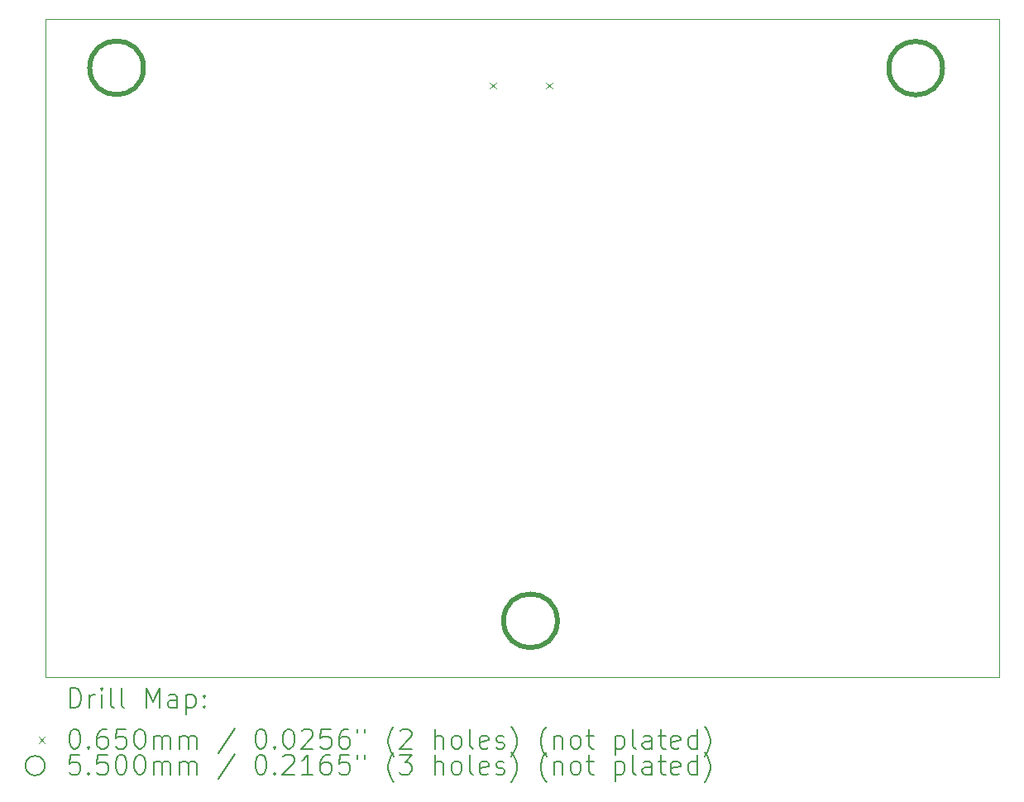
<source format=gbr>
%TF.GenerationSoftware,KiCad,Pcbnew,6.0.11+dfsg-1~bpo11+1*%
%TF.CreationDate,2023-10-22T15:16:14+02:00*%
%TF.ProjectId,Out_8x10,4f75745f-3878-4313-902e-6b696361645f,0.2.0*%
%TF.SameCoordinates,Original*%
%TF.FileFunction,Drillmap*%
%TF.FilePolarity,Positive*%
%FSLAX45Y45*%
G04 Gerber Fmt 4.5, Leading zero omitted, Abs format (unit mm)*
G04 Created by KiCad (PCBNEW 6.0.11+dfsg-1~bpo11+1) date 2023-10-22 15:16:14*
%MOMM*%
%LPD*%
G01*
G04 APERTURE LIST*
%ADD10C,0.100000*%
%ADD11C,0.200000*%
%ADD12C,0.065000*%
%ADD13C,0.550000*%
G04 APERTURE END LIST*
D10*
X10091400Y-4478000D02*
X19852640Y-4478000D01*
X19852640Y-4478000D02*
X19852640Y-11211560D01*
X19852640Y-11211560D02*
X10091400Y-11211560D01*
X10091400Y-11211560D02*
X10091400Y-4478000D01*
D11*
D12*
X14639700Y-5124000D02*
X14704700Y-5189000D01*
X14704700Y-5124000D02*
X14639700Y-5189000D01*
X15217700Y-5124000D02*
X15282700Y-5189000D01*
X15282700Y-5124000D02*
X15217700Y-5189000D01*
D13*
X11095000Y-4974400D02*
G75*
G03*
X11095000Y-4974400I-275000J0D01*
G01*
X15332120Y-10637520D02*
G75*
G03*
X15332120Y-10637520I-275000J0D01*
G01*
X19275000Y-4978000D02*
G75*
G03*
X19275000Y-4978000I-275000J0D01*
G01*
D11*
X10344019Y-11527036D02*
X10344019Y-11327036D01*
X10391638Y-11327036D01*
X10420210Y-11336560D01*
X10439257Y-11355608D01*
X10448781Y-11374655D01*
X10458305Y-11412750D01*
X10458305Y-11441322D01*
X10448781Y-11479417D01*
X10439257Y-11498465D01*
X10420210Y-11517512D01*
X10391638Y-11527036D01*
X10344019Y-11527036D01*
X10544019Y-11527036D02*
X10544019Y-11393703D01*
X10544019Y-11431798D02*
X10553543Y-11412750D01*
X10563067Y-11403227D01*
X10582114Y-11393703D01*
X10601162Y-11393703D01*
X10667829Y-11527036D02*
X10667829Y-11393703D01*
X10667829Y-11327036D02*
X10658305Y-11336560D01*
X10667829Y-11346084D01*
X10677352Y-11336560D01*
X10667829Y-11327036D01*
X10667829Y-11346084D01*
X10791638Y-11527036D02*
X10772590Y-11517512D01*
X10763067Y-11498465D01*
X10763067Y-11327036D01*
X10896400Y-11527036D02*
X10877352Y-11517512D01*
X10867829Y-11498465D01*
X10867829Y-11327036D01*
X11124971Y-11527036D02*
X11124971Y-11327036D01*
X11191638Y-11469893D01*
X11258305Y-11327036D01*
X11258305Y-11527036D01*
X11439257Y-11527036D02*
X11439257Y-11422274D01*
X11429733Y-11403227D01*
X11410686Y-11393703D01*
X11372590Y-11393703D01*
X11353543Y-11403227D01*
X11439257Y-11517512D02*
X11420209Y-11527036D01*
X11372590Y-11527036D01*
X11353543Y-11517512D01*
X11344019Y-11498465D01*
X11344019Y-11479417D01*
X11353543Y-11460369D01*
X11372590Y-11450846D01*
X11420209Y-11450846D01*
X11439257Y-11441322D01*
X11534495Y-11393703D02*
X11534495Y-11593703D01*
X11534495Y-11403227D02*
X11553543Y-11393703D01*
X11591638Y-11393703D01*
X11610686Y-11403227D01*
X11620209Y-11412750D01*
X11629733Y-11431798D01*
X11629733Y-11488941D01*
X11620209Y-11507988D01*
X11610686Y-11517512D01*
X11591638Y-11527036D01*
X11553543Y-11527036D01*
X11534495Y-11517512D01*
X11715448Y-11507988D02*
X11724971Y-11517512D01*
X11715448Y-11527036D01*
X11705924Y-11517512D01*
X11715448Y-11507988D01*
X11715448Y-11527036D01*
X11715448Y-11403227D02*
X11724971Y-11412750D01*
X11715448Y-11422274D01*
X11705924Y-11412750D01*
X11715448Y-11403227D01*
X11715448Y-11422274D01*
D12*
X10021400Y-11824060D02*
X10086400Y-11889060D01*
X10086400Y-11824060D02*
X10021400Y-11889060D01*
D11*
X10382114Y-11747036D02*
X10401162Y-11747036D01*
X10420210Y-11756560D01*
X10429733Y-11766084D01*
X10439257Y-11785131D01*
X10448781Y-11823227D01*
X10448781Y-11870846D01*
X10439257Y-11908941D01*
X10429733Y-11927988D01*
X10420210Y-11937512D01*
X10401162Y-11947036D01*
X10382114Y-11947036D01*
X10363067Y-11937512D01*
X10353543Y-11927988D01*
X10344019Y-11908941D01*
X10334495Y-11870846D01*
X10334495Y-11823227D01*
X10344019Y-11785131D01*
X10353543Y-11766084D01*
X10363067Y-11756560D01*
X10382114Y-11747036D01*
X10534495Y-11927988D02*
X10544019Y-11937512D01*
X10534495Y-11947036D01*
X10524971Y-11937512D01*
X10534495Y-11927988D01*
X10534495Y-11947036D01*
X10715448Y-11747036D02*
X10677352Y-11747036D01*
X10658305Y-11756560D01*
X10648781Y-11766084D01*
X10629733Y-11794655D01*
X10620210Y-11832750D01*
X10620210Y-11908941D01*
X10629733Y-11927988D01*
X10639257Y-11937512D01*
X10658305Y-11947036D01*
X10696400Y-11947036D01*
X10715448Y-11937512D01*
X10724971Y-11927988D01*
X10734495Y-11908941D01*
X10734495Y-11861322D01*
X10724971Y-11842274D01*
X10715448Y-11832750D01*
X10696400Y-11823227D01*
X10658305Y-11823227D01*
X10639257Y-11832750D01*
X10629733Y-11842274D01*
X10620210Y-11861322D01*
X10915448Y-11747036D02*
X10820210Y-11747036D01*
X10810686Y-11842274D01*
X10820210Y-11832750D01*
X10839257Y-11823227D01*
X10886876Y-11823227D01*
X10905924Y-11832750D01*
X10915448Y-11842274D01*
X10924971Y-11861322D01*
X10924971Y-11908941D01*
X10915448Y-11927988D01*
X10905924Y-11937512D01*
X10886876Y-11947036D01*
X10839257Y-11947036D01*
X10820210Y-11937512D01*
X10810686Y-11927988D01*
X11048781Y-11747036D02*
X11067829Y-11747036D01*
X11086876Y-11756560D01*
X11096400Y-11766084D01*
X11105924Y-11785131D01*
X11115448Y-11823227D01*
X11115448Y-11870846D01*
X11105924Y-11908941D01*
X11096400Y-11927988D01*
X11086876Y-11937512D01*
X11067829Y-11947036D01*
X11048781Y-11947036D01*
X11029733Y-11937512D01*
X11020210Y-11927988D01*
X11010686Y-11908941D01*
X11001162Y-11870846D01*
X11001162Y-11823227D01*
X11010686Y-11785131D01*
X11020210Y-11766084D01*
X11029733Y-11756560D01*
X11048781Y-11747036D01*
X11201162Y-11947036D02*
X11201162Y-11813703D01*
X11201162Y-11832750D02*
X11210686Y-11823227D01*
X11229733Y-11813703D01*
X11258305Y-11813703D01*
X11277352Y-11823227D01*
X11286876Y-11842274D01*
X11286876Y-11947036D01*
X11286876Y-11842274D02*
X11296400Y-11823227D01*
X11315448Y-11813703D01*
X11344019Y-11813703D01*
X11363067Y-11823227D01*
X11372590Y-11842274D01*
X11372590Y-11947036D01*
X11467828Y-11947036D02*
X11467828Y-11813703D01*
X11467828Y-11832750D02*
X11477352Y-11823227D01*
X11496400Y-11813703D01*
X11524971Y-11813703D01*
X11544019Y-11823227D01*
X11553543Y-11842274D01*
X11553543Y-11947036D01*
X11553543Y-11842274D02*
X11563067Y-11823227D01*
X11582114Y-11813703D01*
X11610686Y-11813703D01*
X11629733Y-11823227D01*
X11639257Y-11842274D01*
X11639257Y-11947036D01*
X12029733Y-11737512D02*
X11858305Y-11994655D01*
X12286876Y-11747036D02*
X12305924Y-11747036D01*
X12324971Y-11756560D01*
X12334495Y-11766084D01*
X12344019Y-11785131D01*
X12353543Y-11823227D01*
X12353543Y-11870846D01*
X12344019Y-11908941D01*
X12334495Y-11927988D01*
X12324971Y-11937512D01*
X12305924Y-11947036D01*
X12286876Y-11947036D01*
X12267828Y-11937512D01*
X12258305Y-11927988D01*
X12248781Y-11908941D01*
X12239257Y-11870846D01*
X12239257Y-11823227D01*
X12248781Y-11785131D01*
X12258305Y-11766084D01*
X12267828Y-11756560D01*
X12286876Y-11747036D01*
X12439257Y-11927988D02*
X12448781Y-11937512D01*
X12439257Y-11947036D01*
X12429733Y-11937512D01*
X12439257Y-11927988D01*
X12439257Y-11947036D01*
X12572590Y-11747036D02*
X12591638Y-11747036D01*
X12610686Y-11756560D01*
X12620209Y-11766084D01*
X12629733Y-11785131D01*
X12639257Y-11823227D01*
X12639257Y-11870846D01*
X12629733Y-11908941D01*
X12620209Y-11927988D01*
X12610686Y-11937512D01*
X12591638Y-11947036D01*
X12572590Y-11947036D01*
X12553543Y-11937512D01*
X12544019Y-11927988D01*
X12534495Y-11908941D01*
X12524971Y-11870846D01*
X12524971Y-11823227D01*
X12534495Y-11785131D01*
X12544019Y-11766084D01*
X12553543Y-11756560D01*
X12572590Y-11747036D01*
X12715448Y-11766084D02*
X12724971Y-11756560D01*
X12744019Y-11747036D01*
X12791638Y-11747036D01*
X12810686Y-11756560D01*
X12820209Y-11766084D01*
X12829733Y-11785131D01*
X12829733Y-11804179D01*
X12820209Y-11832750D01*
X12705924Y-11947036D01*
X12829733Y-11947036D01*
X13010686Y-11747036D02*
X12915448Y-11747036D01*
X12905924Y-11842274D01*
X12915448Y-11832750D01*
X12934495Y-11823227D01*
X12982114Y-11823227D01*
X13001162Y-11832750D01*
X13010686Y-11842274D01*
X13020209Y-11861322D01*
X13020209Y-11908941D01*
X13010686Y-11927988D01*
X13001162Y-11937512D01*
X12982114Y-11947036D01*
X12934495Y-11947036D01*
X12915448Y-11937512D01*
X12905924Y-11927988D01*
X13191638Y-11747036D02*
X13153543Y-11747036D01*
X13134495Y-11756560D01*
X13124971Y-11766084D01*
X13105924Y-11794655D01*
X13096400Y-11832750D01*
X13096400Y-11908941D01*
X13105924Y-11927988D01*
X13115448Y-11937512D01*
X13134495Y-11947036D01*
X13172590Y-11947036D01*
X13191638Y-11937512D01*
X13201162Y-11927988D01*
X13210686Y-11908941D01*
X13210686Y-11861322D01*
X13201162Y-11842274D01*
X13191638Y-11832750D01*
X13172590Y-11823227D01*
X13134495Y-11823227D01*
X13115448Y-11832750D01*
X13105924Y-11842274D01*
X13096400Y-11861322D01*
X13286876Y-11747036D02*
X13286876Y-11785131D01*
X13363067Y-11747036D02*
X13363067Y-11785131D01*
X13658305Y-12023227D02*
X13648781Y-12013703D01*
X13629733Y-11985131D01*
X13620209Y-11966084D01*
X13610686Y-11937512D01*
X13601162Y-11889893D01*
X13601162Y-11851798D01*
X13610686Y-11804179D01*
X13620209Y-11775608D01*
X13629733Y-11756560D01*
X13648781Y-11727988D01*
X13658305Y-11718465D01*
X13724971Y-11766084D02*
X13734495Y-11756560D01*
X13753543Y-11747036D01*
X13801162Y-11747036D01*
X13820209Y-11756560D01*
X13829733Y-11766084D01*
X13839257Y-11785131D01*
X13839257Y-11804179D01*
X13829733Y-11832750D01*
X13715448Y-11947036D01*
X13839257Y-11947036D01*
X14077352Y-11947036D02*
X14077352Y-11747036D01*
X14163067Y-11947036D02*
X14163067Y-11842274D01*
X14153543Y-11823227D01*
X14134495Y-11813703D01*
X14105924Y-11813703D01*
X14086876Y-11823227D01*
X14077352Y-11832750D01*
X14286876Y-11947036D02*
X14267828Y-11937512D01*
X14258305Y-11927988D01*
X14248781Y-11908941D01*
X14248781Y-11851798D01*
X14258305Y-11832750D01*
X14267828Y-11823227D01*
X14286876Y-11813703D01*
X14315448Y-11813703D01*
X14334495Y-11823227D01*
X14344019Y-11832750D01*
X14353543Y-11851798D01*
X14353543Y-11908941D01*
X14344019Y-11927988D01*
X14334495Y-11937512D01*
X14315448Y-11947036D01*
X14286876Y-11947036D01*
X14467828Y-11947036D02*
X14448781Y-11937512D01*
X14439257Y-11918465D01*
X14439257Y-11747036D01*
X14620209Y-11937512D02*
X14601162Y-11947036D01*
X14563067Y-11947036D01*
X14544019Y-11937512D01*
X14534495Y-11918465D01*
X14534495Y-11842274D01*
X14544019Y-11823227D01*
X14563067Y-11813703D01*
X14601162Y-11813703D01*
X14620209Y-11823227D01*
X14629733Y-11842274D01*
X14629733Y-11861322D01*
X14534495Y-11880369D01*
X14705924Y-11937512D02*
X14724971Y-11947036D01*
X14763067Y-11947036D01*
X14782114Y-11937512D01*
X14791638Y-11918465D01*
X14791638Y-11908941D01*
X14782114Y-11889893D01*
X14763067Y-11880369D01*
X14734495Y-11880369D01*
X14715448Y-11870846D01*
X14705924Y-11851798D01*
X14705924Y-11842274D01*
X14715448Y-11823227D01*
X14734495Y-11813703D01*
X14763067Y-11813703D01*
X14782114Y-11823227D01*
X14858305Y-12023227D02*
X14867828Y-12013703D01*
X14886876Y-11985131D01*
X14896400Y-11966084D01*
X14905924Y-11937512D01*
X14915448Y-11889893D01*
X14915448Y-11851798D01*
X14905924Y-11804179D01*
X14896400Y-11775608D01*
X14886876Y-11756560D01*
X14867828Y-11727988D01*
X14858305Y-11718465D01*
X15220209Y-12023227D02*
X15210686Y-12013703D01*
X15191638Y-11985131D01*
X15182114Y-11966084D01*
X15172590Y-11937512D01*
X15163067Y-11889893D01*
X15163067Y-11851798D01*
X15172590Y-11804179D01*
X15182114Y-11775608D01*
X15191638Y-11756560D01*
X15210686Y-11727988D01*
X15220209Y-11718465D01*
X15296400Y-11813703D02*
X15296400Y-11947036D01*
X15296400Y-11832750D02*
X15305924Y-11823227D01*
X15324971Y-11813703D01*
X15353543Y-11813703D01*
X15372590Y-11823227D01*
X15382114Y-11842274D01*
X15382114Y-11947036D01*
X15505924Y-11947036D02*
X15486876Y-11937512D01*
X15477352Y-11927988D01*
X15467828Y-11908941D01*
X15467828Y-11851798D01*
X15477352Y-11832750D01*
X15486876Y-11823227D01*
X15505924Y-11813703D01*
X15534495Y-11813703D01*
X15553543Y-11823227D01*
X15563067Y-11832750D01*
X15572590Y-11851798D01*
X15572590Y-11908941D01*
X15563067Y-11927988D01*
X15553543Y-11937512D01*
X15534495Y-11947036D01*
X15505924Y-11947036D01*
X15629733Y-11813703D02*
X15705924Y-11813703D01*
X15658305Y-11747036D02*
X15658305Y-11918465D01*
X15667828Y-11937512D01*
X15686876Y-11947036D01*
X15705924Y-11947036D01*
X15924971Y-11813703D02*
X15924971Y-12013703D01*
X15924971Y-11823227D02*
X15944019Y-11813703D01*
X15982114Y-11813703D01*
X16001162Y-11823227D01*
X16010686Y-11832750D01*
X16020209Y-11851798D01*
X16020209Y-11908941D01*
X16010686Y-11927988D01*
X16001162Y-11937512D01*
X15982114Y-11947036D01*
X15944019Y-11947036D01*
X15924971Y-11937512D01*
X16134495Y-11947036D02*
X16115448Y-11937512D01*
X16105924Y-11918465D01*
X16105924Y-11747036D01*
X16296400Y-11947036D02*
X16296400Y-11842274D01*
X16286876Y-11823227D01*
X16267828Y-11813703D01*
X16229733Y-11813703D01*
X16210686Y-11823227D01*
X16296400Y-11937512D02*
X16277352Y-11947036D01*
X16229733Y-11947036D01*
X16210686Y-11937512D01*
X16201162Y-11918465D01*
X16201162Y-11899417D01*
X16210686Y-11880369D01*
X16229733Y-11870846D01*
X16277352Y-11870846D01*
X16296400Y-11861322D01*
X16363067Y-11813703D02*
X16439257Y-11813703D01*
X16391638Y-11747036D02*
X16391638Y-11918465D01*
X16401162Y-11937512D01*
X16420209Y-11947036D01*
X16439257Y-11947036D01*
X16582114Y-11937512D02*
X16563067Y-11947036D01*
X16524971Y-11947036D01*
X16505924Y-11937512D01*
X16496400Y-11918465D01*
X16496400Y-11842274D01*
X16505924Y-11823227D01*
X16524971Y-11813703D01*
X16563067Y-11813703D01*
X16582114Y-11823227D01*
X16591638Y-11842274D01*
X16591638Y-11861322D01*
X16496400Y-11880369D01*
X16763067Y-11947036D02*
X16763067Y-11747036D01*
X16763067Y-11937512D02*
X16744019Y-11947036D01*
X16705924Y-11947036D01*
X16686876Y-11937512D01*
X16677352Y-11927988D01*
X16667828Y-11908941D01*
X16667828Y-11851798D01*
X16677352Y-11832750D01*
X16686876Y-11823227D01*
X16705924Y-11813703D01*
X16744019Y-11813703D01*
X16763067Y-11823227D01*
X16839257Y-12023227D02*
X16848781Y-12013703D01*
X16867829Y-11985131D01*
X16877352Y-11966084D01*
X16886876Y-11937512D01*
X16896400Y-11889893D01*
X16896400Y-11851798D01*
X16886876Y-11804179D01*
X16877352Y-11775608D01*
X16867829Y-11756560D01*
X16848781Y-11727988D01*
X16839257Y-11718465D01*
X10086400Y-12120560D02*
G75*
G03*
X10086400Y-12120560I-100000J0D01*
G01*
X10439257Y-12011036D02*
X10344019Y-12011036D01*
X10334495Y-12106274D01*
X10344019Y-12096750D01*
X10363067Y-12087227D01*
X10410686Y-12087227D01*
X10429733Y-12096750D01*
X10439257Y-12106274D01*
X10448781Y-12125322D01*
X10448781Y-12172941D01*
X10439257Y-12191988D01*
X10429733Y-12201512D01*
X10410686Y-12211036D01*
X10363067Y-12211036D01*
X10344019Y-12201512D01*
X10334495Y-12191988D01*
X10534495Y-12191988D02*
X10544019Y-12201512D01*
X10534495Y-12211036D01*
X10524971Y-12201512D01*
X10534495Y-12191988D01*
X10534495Y-12211036D01*
X10724971Y-12011036D02*
X10629733Y-12011036D01*
X10620210Y-12106274D01*
X10629733Y-12096750D01*
X10648781Y-12087227D01*
X10696400Y-12087227D01*
X10715448Y-12096750D01*
X10724971Y-12106274D01*
X10734495Y-12125322D01*
X10734495Y-12172941D01*
X10724971Y-12191988D01*
X10715448Y-12201512D01*
X10696400Y-12211036D01*
X10648781Y-12211036D01*
X10629733Y-12201512D01*
X10620210Y-12191988D01*
X10858305Y-12011036D02*
X10877352Y-12011036D01*
X10896400Y-12020560D01*
X10905924Y-12030084D01*
X10915448Y-12049131D01*
X10924971Y-12087227D01*
X10924971Y-12134846D01*
X10915448Y-12172941D01*
X10905924Y-12191988D01*
X10896400Y-12201512D01*
X10877352Y-12211036D01*
X10858305Y-12211036D01*
X10839257Y-12201512D01*
X10829733Y-12191988D01*
X10820210Y-12172941D01*
X10810686Y-12134846D01*
X10810686Y-12087227D01*
X10820210Y-12049131D01*
X10829733Y-12030084D01*
X10839257Y-12020560D01*
X10858305Y-12011036D01*
X11048781Y-12011036D02*
X11067829Y-12011036D01*
X11086876Y-12020560D01*
X11096400Y-12030084D01*
X11105924Y-12049131D01*
X11115448Y-12087227D01*
X11115448Y-12134846D01*
X11105924Y-12172941D01*
X11096400Y-12191988D01*
X11086876Y-12201512D01*
X11067829Y-12211036D01*
X11048781Y-12211036D01*
X11029733Y-12201512D01*
X11020210Y-12191988D01*
X11010686Y-12172941D01*
X11001162Y-12134846D01*
X11001162Y-12087227D01*
X11010686Y-12049131D01*
X11020210Y-12030084D01*
X11029733Y-12020560D01*
X11048781Y-12011036D01*
X11201162Y-12211036D02*
X11201162Y-12077703D01*
X11201162Y-12096750D02*
X11210686Y-12087227D01*
X11229733Y-12077703D01*
X11258305Y-12077703D01*
X11277352Y-12087227D01*
X11286876Y-12106274D01*
X11286876Y-12211036D01*
X11286876Y-12106274D02*
X11296400Y-12087227D01*
X11315448Y-12077703D01*
X11344019Y-12077703D01*
X11363067Y-12087227D01*
X11372590Y-12106274D01*
X11372590Y-12211036D01*
X11467828Y-12211036D02*
X11467828Y-12077703D01*
X11467828Y-12096750D02*
X11477352Y-12087227D01*
X11496400Y-12077703D01*
X11524971Y-12077703D01*
X11544019Y-12087227D01*
X11553543Y-12106274D01*
X11553543Y-12211036D01*
X11553543Y-12106274D02*
X11563067Y-12087227D01*
X11582114Y-12077703D01*
X11610686Y-12077703D01*
X11629733Y-12087227D01*
X11639257Y-12106274D01*
X11639257Y-12211036D01*
X12029733Y-12001512D02*
X11858305Y-12258655D01*
X12286876Y-12011036D02*
X12305924Y-12011036D01*
X12324971Y-12020560D01*
X12334495Y-12030084D01*
X12344019Y-12049131D01*
X12353543Y-12087227D01*
X12353543Y-12134846D01*
X12344019Y-12172941D01*
X12334495Y-12191988D01*
X12324971Y-12201512D01*
X12305924Y-12211036D01*
X12286876Y-12211036D01*
X12267828Y-12201512D01*
X12258305Y-12191988D01*
X12248781Y-12172941D01*
X12239257Y-12134846D01*
X12239257Y-12087227D01*
X12248781Y-12049131D01*
X12258305Y-12030084D01*
X12267828Y-12020560D01*
X12286876Y-12011036D01*
X12439257Y-12191988D02*
X12448781Y-12201512D01*
X12439257Y-12211036D01*
X12429733Y-12201512D01*
X12439257Y-12191988D01*
X12439257Y-12211036D01*
X12524971Y-12030084D02*
X12534495Y-12020560D01*
X12553543Y-12011036D01*
X12601162Y-12011036D01*
X12620209Y-12020560D01*
X12629733Y-12030084D01*
X12639257Y-12049131D01*
X12639257Y-12068179D01*
X12629733Y-12096750D01*
X12515448Y-12211036D01*
X12639257Y-12211036D01*
X12829733Y-12211036D02*
X12715448Y-12211036D01*
X12772590Y-12211036D02*
X12772590Y-12011036D01*
X12753543Y-12039608D01*
X12734495Y-12058655D01*
X12715448Y-12068179D01*
X13001162Y-12011036D02*
X12963067Y-12011036D01*
X12944019Y-12020560D01*
X12934495Y-12030084D01*
X12915448Y-12058655D01*
X12905924Y-12096750D01*
X12905924Y-12172941D01*
X12915448Y-12191988D01*
X12924971Y-12201512D01*
X12944019Y-12211036D01*
X12982114Y-12211036D01*
X13001162Y-12201512D01*
X13010686Y-12191988D01*
X13020209Y-12172941D01*
X13020209Y-12125322D01*
X13010686Y-12106274D01*
X13001162Y-12096750D01*
X12982114Y-12087227D01*
X12944019Y-12087227D01*
X12924971Y-12096750D01*
X12915448Y-12106274D01*
X12905924Y-12125322D01*
X13201162Y-12011036D02*
X13105924Y-12011036D01*
X13096400Y-12106274D01*
X13105924Y-12096750D01*
X13124971Y-12087227D01*
X13172590Y-12087227D01*
X13191638Y-12096750D01*
X13201162Y-12106274D01*
X13210686Y-12125322D01*
X13210686Y-12172941D01*
X13201162Y-12191988D01*
X13191638Y-12201512D01*
X13172590Y-12211036D01*
X13124971Y-12211036D01*
X13105924Y-12201512D01*
X13096400Y-12191988D01*
X13286876Y-12011036D02*
X13286876Y-12049131D01*
X13363067Y-12011036D02*
X13363067Y-12049131D01*
X13658305Y-12287227D02*
X13648781Y-12277703D01*
X13629733Y-12249131D01*
X13620209Y-12230084D01*
X13610686Y-12201512D01*
X13601162Y-12153893D01*
X13601162Y-12115798D01*
X13610686Y-12068179D01*
X13620209Y-12039608D01*
X13629733Y-12020560D01*
X13648781Y-11991988D01*
X13658305Y-11982465D01*
X13715448Y-12011036D02*
X13839257Y-12011036D01*
X13772590Y-12087227D01*
X13801162Y-12087227D01*
X13820209Y-12096750D01*
X13829733Y-12106274D01*
X13839257Y-12125322D01*
X13839257Y-12172941D01*
X13829733Y-12191988D01*
X13820209Y-12201512D01*
X13801162Y-12211036D01*
X13744019Y-12211036D01*
X13724971Y-12201512D01*
X13715448Y-12191988D01*
X14077352Y-12211036D02*
X14077352Y-12011036D01*
X14163067Y-12211036D02*
X14163067Y-12106274D01*
X14153543Y-12087227D01*
X14134495Y-12077703D01*
X14105924Y-12077703D01*
X14086876Y-12087227D01*
X14077352Y-12096750D01*
X14286876Y-12211036D02*
X14267828Y-12201512D01*
X14258305Y-12191988D01*
X14248781Y-12172941D01*
X14248781Y-12115798D01*
X14258305Y-12096750D01*
X14267828Y-12087227D01*
X14286876Y-12077703D01*
X14315448Y-12077703D01*
X14334495Y-12087227D01*
X14344019Y-12096750D01*
X14353543Y-12115798D01*
X14353543Y-12172941D01*
X14344019Y-12191988D01*
X14334495Y-12201512D01*
X14315448Y-12211036D01*
X14286876Y-12211036D01*
X14467828Y-12211036D02*
X14448781Y-12201512D01*
X14439257Y-12182465D01*
X14439257Y-12011036D01*
X14620209Y-12201512D02*
X14601162Y-12211036D01*
X14563067Y-12211036D01*
X14544019Y-12201512D01*
X14534495Y-12182465D01*
X14534495Y-12106274D01*
X14544019Y-12087227D01*
X14563067Y-12077703D01*
X14601162Y-12077703D01*
X14620209Y-12087227D01*
X14629733Y-12106274D01*
X14629733Y-12125322D01*
X14534495Y-12144369D01*
X14705924Y-12201512D02*
X14724971Y-12211036D01*
X14763067Y-12211036D01*
X14782114Y-12201512D01*
X14791638Y-12182465D01*
X14791638Y-12172941D01*
X14782114Y-12153893D01*
X14763067Y-12144369D01*
X14734495Y-12144369D01*
X14715448Y-12134846D01*
X14705924Y-12115798D01*
X14705924Y-12106274D01*
X14715448Y-12087227D01*
X14734495Y-12077703D01*
X14763067Y-12077703D01*
X14782114Y-12087227D01*
X14858305Y-12287227D02*
X14867828Y-12277703D01*
X14886876Y-12249131D01*
X14896400Y-12230084D01*
X14905924Y-12201512D01*
X14915448Y-12153893D01*
X14915448Y-12115798D01*
X14905924Y-12068179D01*
X14896400Y-12039608D01*
X14886876Y-12020560D01*
X14867828Y-11991988D01*
X14858305Y-11982465D01*
X15220209Y-12287227D02*
X15210686Y-12277703D01*
X15191638Y-12249131D01*
X15182114Y-12230084D01*
X15172590Y-12201512D01*
X15163067Y-12153893D01*
X15163067Y-12115798D01*
X15172590Y-12068179D01*
X15182114Y-12039608D01*
X15191638Y-12020560D01*
X15210686Y-11991988D01*
X15220209Y-11982465D01*
X15296400Y-12077703D02*
X15296400Y-12211036D01*
X15296400Y-12096750D02*
X15305924Y-12087227D01*
X15324971Y-12077703D01*
X15353543Y-12077703D01*
X15372590Y-12087227D01*
X15382114Y-12106274D01*
X15382114Y-12211036D01*
X15505924Y-12211036D02*
X15486876Y-12201512D01*
X15477352Y-12191988D01*
X15467828Y-12172941D01*
X15467828Y-12115798D01*
X15477352Y-12096750D01*
X15486876Y-12087227D01*
X15505924Y-12077703D01*
X15534495Y-12077703D01*
X15553543Y-12087227D01*
X15563067Y-12096750D01*
X15572590Y-12115798D01*
X15572590Y-12172941D01*
X15563067Y-12191988D01*
X15553543Y-12201512D01*
X15534495Y-12211036D01*
X15505924Y-12211036D01*
X15629733Y-12077703D02*
X15705924Y-12077703D01*
X15658305Y-12011036D02*
X15658305Y-12182465D01*
X15667828Y-12201512D01*
X15686876Y-12211036D01*
X15705924Y-12211036D01*
X15924971Y-12077703D02*
X15924971Y-12277703D01*
X15924971Y-12087227D02*
X15944019Y-12077703D01*
X15982114Y-12077703D01*
X16001162Y-12087227D01*
X16010686Y-12096750D01*
X16020209Y-12115798D01*
X16020209Y-12172941D01*
X16010686Y-12191988D01*
X16001162Y-12201512D01*
X15982114Y-12211036D01*
X15944019Y-12211036D01*
X15924971Y-12201512D01*
X16134495Y-12211036D02*
X16115448Y-12201512D01*
X16105924Y-12182465D01*
X16105924Y-12011036D01*
X16296400Y-12211036D02*
X16296400Y-12106274D01*
X16286876Y-12087227D01*
X16267828Y-12077703D01*
X16229733Y-12077703D01*
X16210686Y-12087227D01*
X16296400Y-12201512D02*
X16277352Y-12211036D01*
X16229733Y-12211036D01*
X16210686Y-12201512D01*
X16201162Y-12182465D01*
X16201162Y-12163417D01*
X16210686Y-12144369D01*
X16229733Y-12134846D01*
X16277352Y-12134846D01*
X16296400Y-12125322D01*
X16363067Y-12077703D02*
X16439257Y-12077703D01*
X16391638Y-12011036D02*
X16391638Y-12182465D01*
X16401162Y-12201512D01*
X16420209Y-12211036D01*
X16439257Y-12211036D01*
X16582114Y-12201512D02*
X16563067Y-12211036D01*
X16524971Y-12211036D01*
X16505924Y-12201512D01*
X16496400Y-12182465D01*
X16496400Y-12106274D01*
X16505924Y-12087227D01*
X16524971Y-12077703D01*
X16563067Y-12077703D01*
X16582114Y-12087227D01*
X16591638Y-12106274D01*
X16591638Y-12125322D01*
X16496400Y-12144369D01*
X16763067Y-12211036D02*
X16763067Y-12011036D01*
X16763067Y-12201512D02*
X16744019Y-12211036D01*
X16705924Y-12211036D01*
X16686876Y-12201512D01*
X16677352Y-12191988D01*
X16667828Y-12172941D01*
X16667828Y-12115798D01*
X16677352Y-12096750D01*
X16686876Y-12087227D01*
X16705924Y-12077703D01*
X16744019Y-12077703D01*
X16763067Y-12087227D01*
X16839257Y-12287227D02*
X16848781Y-12277703D01*
X16867829Y-12249131D01*
X16877352Y-12230084D01*
X16886876Y-12201512D01*
X16896400Y-12153893D01*
X16896400Y-12115798D01*
X16886876Y-12068179D01*
X16877352Y-12039608D01*
X16867829Y-12020560D01*
X16848781Y-11991988D01*
X16839257Y-11982465D01*
M02*

</source>
